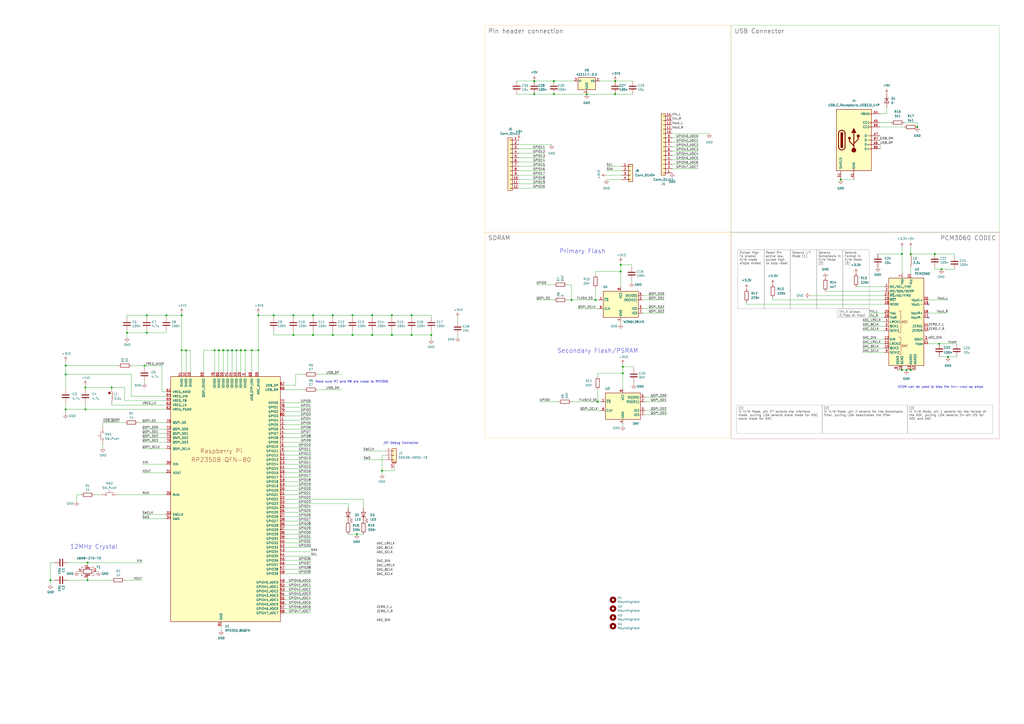
<source format=kicad_sch>
(kicad_sch (version 20231120) (generator "eeschema") (generator_version "8.0")
  (paper "A2")
  (junction (at 149.86 203.2))
  (junction (at 149.86 182.88))
  (junction (at 345.44 173.99))
  (junction (at 523.24 214.63))
  (junction (at 29.21 336.55))
  (junction (at 124.46 203.2))
  (junction (at 137.16 203.2))
  (junction (at 193.04 182.88))
  (junction (at 134.62 203.2))
  (junction (at 50.8 336.55))
  (junction (at 38.1 212.09))
  (junction (at 193.04 194.31))
  (junction (at 85.09 193.04))
  (junction (at 532.13 73.66))
  (junction (at 83.82 212.09))
  (junction (at 96.52 182.88))
  (junction (at 525.78 214.63))
  (junction (at 132.08 203.2))
  (junction (at 360.045 153.67))
  (junction (at 544.83 199.39))
  (junction (at 204.47 182.88))
  (junction (at 549.91 207.01))
  (junction (at 360.045 157.48))
  (junction (at 340.36 54.61))
  (junction (at 215.9 194.31))
  (junction (at 227.33 194.31))
  (junction (at 487.68 104.14))
  (junction (at 170.18 194.31))
  (junction (at 321.31 54.61))
  (junction (at 85.09 182.88))
  (junction (at 139.7 203.2))
  (junction (at 309.88 46.99))
  (junction (at 73.66 193.04))
  (junction (at 181.61 182.88))
  (junction (at 105.41 203.2))
  (junction (at 146.05 203.2))
  (junction (at 142.24 203.2))
  (junction (at 181.61 194.31))
  (junction (at 64.77 224.79))
  (junction (at 207.01 309.88))
  (junction (at 238.76 194.31))
  (junction (at 238.76 182.88))
  (junction (at 309.88 54.61))
  (junction (at 331.47 173.99))
  (junction (at 250.19 194.31))
  (junction (at 204.47 194.31))
  (junction (at 528.32 147.32))
  (junction (at 49.53 237.49))
  (junction (at 523.24 147.32))
  (junction (at 129.54 203.2))
  (junction (at 107.95 203.2))
  (junction (at 105.41 182.88))
  (junction (at 50.8 326.39))
  (junction (at 38.1 237.49))
  (junction (at 158.75 182.88))
  (junction (at 38.1 217.17))
  (junction (at 356.87 54.61))
  (junction (at 361.315 216.535))
  (junction (at 221.615 273.05))
  (junction (at 361.315 212.725))
  (junction (at 49.53 224.79))
  (junction (at 321.31 46.99))
  (junction (at 215.9 182.88))
  (junction (at 127 203.2))
  (junction (at 542.29 147.32))
  (junction (at 170.18 182.88))
  (junction (at 346.71 233.045))
  (junction (at 546.1 156.21))
  (junction (at 227.33 182.88))
  (junction (at 528.32 214.63))
  (junction (at 356.87 46.99))
  (no_connect (at 538.48 176.53))
  (no_connect (at 538.48 184.15))
  (wire (pts (xy 49.53 226.06) (xy 49.53 224.79)))
  (wire (pts (xy 524.51 71.12) (xy 532.13 71.12)))
  (wire (pts (xy 250.19 194.31) (xy 250.19 196.85)))
  (wire (pts (xy 170.18 184.15) (xy 170.18 182.88)))
  (wire (pts (xy 165.1 353.06) (xy 180.34 353.06)))
  (wire (pts (xy 360.68 99.06) (xy 351.79 99.06)))
  (wire (pts (xy 165.1 330.2) (xy 180.34 330.2)))
  (wire (pts (xy 374.015 240.665) (xy 386.715 240.665)))
  (wire (pts (xy 500.38 201.93) (xy 513.08 201.93)))
  (wire (pts (xy 59.69 245.11) (xy 59.69 247.65)))
  (wire (pts (xy 523.24 143.51) (xy 523.24 147.32)))
  (wire (pts (xy 500.38 199.39) (xy 513.08 199.39)))
  (wire (pts (xy 320.04 83.82) (xy 300.99 83.82)))
  (wire (pts (xy 73.66 191.77) (xy 73.66 193.04)))
  (wire (pts (xy 128.27 363.22) (xy 128.27 365.76)))
  (wire (pts (xy 411.48 77.47) (xy 389.89 77.47)))
  (wire (pts (xy 165.1 292.1) (xy 201.93 292.1)))
  (wire (pts (xy 360.68 101.6) (xy 351.79 101.6)))
  (wire (pts (xy 356.87 54.61) (xy 367.03 54.61)))
  (wire (pts (xy 215.9 194.31) (xy 204.47 194.31)))
  (wire (pts (xy 448.31 173.99) (xy 513.08 173.99)))
  (wire (pts (xy 165.1 350.52) (xy 180.34 350.52)))
  (wire (pts (xy 170.18 182.88) (xy 181.61 182.88)))
  (wire (pts (xy 132.08 203.2) (xy 134.62 203.2)))
  (wire (pts (xy 105.41 182.88) (xy 105.41 203.2)))
  (wire (pts (xy 132.08 215.9) (xy 132.08 203.2)))
  (wire (pts (xy 50.8 326.39) (xy 82.55 326.39)))
  (wire (pts (xy 149.86 182.88) (xy 158.75 182.88)))
  (wire (pts (xy 201.93 294.64) (xy 201.93 292.1)))
  (wire (pts (xy 227.33 184.15) (xy 227.33 182.88)))
  (wire (pts (xy 215.9 182.88) (xy 227.33 182.88)))
  (wire (pts (xy 346.71 233.045) (xy 348.615 233.045)))
  (wire (pts (xy 346.71 226.06) (xy 346.71 233.045)))
  (wire (pts (xy 165.1 284.48) (xy 180.34 284.48)))
  (wire (pts (xy 309.88 54.61) (xy 321.31 54.61)))
  (wire (pts (xy 448.31 172.72) (xy 448.31 173.99)))
  (wire (pts (xy 346.71 216.535) (xy 361.315 216.535)))
  (wire (pts (xy 38.1 217.17) (xy 76.2 217.17)))
  (wire (pts (xy 374.015 230.505) (xy 386.715 230.505)))
  (wire (pts (xy 361.315 212.725) (xy 361.315 216.535)))
  (wire (pts (xy 181.61 184.15) (xy 181.61 182.88)))
  (wire (pts (xy 85.09 193.04) (xy 96.52 193.04)))
  (wire (pts (xy 346.71 218.44) (xy 346.71 216.535)))
  (wire (pts (xy 29.21 336.55) (xy 29.21 339.09)))
  (wire (pts (xy 72.39 224.79) (xy 64.77 224.79)))
  (wire (pts (xy 510.54 73.66) (xy 524.51 73.66)))
  (wire (pts (xy 73.66 184.15) (xy 73.66 182.88)))
  (wire (pts (xy 340.36 54.61) (xy 356.87 54.61)))
  (wire (pts (xy 165.1 302.26) (xy 180.34 302.26)))
  (wire (pts (xy 345.44 167.005) (xy 345.44 173.99)))
  (wire (pts (xy 96.52 298.45) (xy 82.55 298.45)))
  (wire (pts (xy 76.2 212.09) (xy 83.82 212.09)))
  (wire (pts (xy 105.41 203.2) (xy 105.41 215.9)))
  (wire (pts (xy 49.53 233.68) (xy 49.53 237.49)))
  (wire (pts (xy 165.1 327.66) (xy 180.34 327.66)))
  (wire (pts (xy 165.1 254) (xy 180.34 254)))
  (wire (pts (xy 525.78 214.63) (xy 523.24 214.63)))
  (wire (pts (xy 38.1 237.49) (xy 38.1 240.03)))
  (wire (pts (xy 500.38 189.23) (xy 513.08 189.23)))
  (wire (pts (xy 510.54 71.12) (xy 516.89 71.12)))
  (wire (pts (xy 165.1 317.5) (xy 180.34 317.5)))
  (wire (pts (xy 204.47 182.88) (xy 215.9 182.88)))
  (wire (pts (xy 170.18 191.77) (xy 170.18 194.31)))
  (wire (pts (xy 374.015 238.125) (xy 386.715 238.125)))
  (wire (pts (xy 171.45 217.17) (xy 176.53 217.17)))
  (wire (pts (xy 300.99 88.9) (xy 316.23 88.9)))
  (wire (pts (xy 165.1 320.04) (xy 180.34 320.04)))
  (wire (pts (xy 93.98 227.33) (xy 96.52 227.33)))
  (wire (pts (xy 201.93 309.88) (xy 207.01 309.88)))
  (wire (pts (xy 356.87 46.99) (xy 367.03 46.99)))
  (wire (pts (xy 181.61 182.88) (xy 193.04 182.88)))
  (wire (pts (xy 311.15 165.1) (xy 321.31 165.1)))
  (wire (pts (xy 38.1 212.09) (xy 38.1 217.17)))
  (wire (pts (xy 181.61 194.31) (xy 170.18 194.31)))
  (wire (pts (xy 54.61 287.02) (xy 58.42 287.02)))
  (wire (pts (xy 367.665 221.615) (xy 367.665 222.885)))
  (wire (pts (xy 165.1 312.42) (xy 180.34 312.42)))
  (wire (pts (xy 221.615 273.05) (xy 221.615 274.955)))
  (wire (pts (xy 83.82 212.09) (xy 93.98 212.09)))
  (wire (pts (xy 361.315 211.455) (xy 361.315 212.725)))
  (wire (pts (xy 165.1 271.78) (xy 180.34 271.78)))
  (wire (pts (xy 165.1 279.4) (xy 180.34 279.4)))
  (wire (pts (xy 374.015 233.045) (xy 386.715 233.045)))
  (wire (pts (xy 478.79 168.91) (xy 513.08 168.91)))
  (wire (pts (xy 59.69 257.81) (xy 59.69 259.715)))
  (wire (pts (xy 38.1 217.17) (xy 38.1 226.06)))
  (wire (pts (xy 96.52 232.41) (xy 72.39 232.41)))
  (wire (pts (xy 129.54 203.2) (xy 132.08 203.2)))
  (wire (pts (xy 96.52 274.32) (xy 82.55 274.32)))
  (wire (pts (xy 165.1 299.72) (xy 180.34 299.72)))
  (wire (pts (xy 193.04 191.77) (xy 193.04 194.31)))
  (wire (pts (xy 96.52 184.15) (xy 96.52 182.88)))
  (wire (pts (xy 124.46 203.2) (xy 127 203.2)))
  (wire (pts (xy 118.11 203.2) (xy 124.46 203.2)))
  (wire (pts (xy 300.99 91.44) (xy 316.23 91.44)))
  (wire (pts (xy 215.9 191.77) (xy 215.9 194.31)))
  (wire (pts (xy 265.43 194.31) (xy 265.43 195.58)))
  (wire (pts (xy 538.48 173.99) (xy 549.91 173.99)))
  (wire (pts (xy 107.95 203.2) (xy 105.41 203.2)))
  (wire (pts (xy 504.19 184.15) (xy 513.08 184.15)))
  (wire (pts (xy 372.745 179.07) (xy 385.445 179.07)))
  (wire (pts (xy 127 215.9) (xy 127 203.2)))
  (wire (pts (xy 83.82 212.09) (xy 83.82 213.36)))
  (wire (pts (xy 31.75 326.39) (xy 29.21 326.39)))
  (wire (pts (xy 107.95 215.9) (xy 107.95 203.2)))
  (wire (pts (xy 360.68 104.14) (xy 351.79 104.14)))
  (wire (pts (xy 542.29 156.21) (xy 546.1 156.21)))
  (wire (pts (xy 321.31 46.99) (xy 332.74 46.99)))
  (wire (pts (xy 331.47 165.1) (xy 331.47 173.99)))
  (wire (pts (xy 265.43 184.15) (xy 265.43 186.69)))
  (wire (pts (xy 55.88 331.47) (xy 57.15 331.47)))
  (wire (pts (xy 361.315 245.745) (xy 361.315 247.015)))
  (wire (pts (xy 139.7 203.2) (xy 142.24 203.2)))
  (wire (pts (xy 360.045 152.4) (xy 360.045 153.67)))
  (wire (pts (xy 165.1 243.84) (xy 180.34 243.84)))
  (wire (pts (xy 38.1 209.55) (xy 38.1 212.09)))
  (wire (pts (xy 39.37 336.55) (xy 50.8 336.55)))
  (wire (pts (xy 300.99 104.14) (xy 316.23 104.14)))
  (wire (pts (xy 389.89 82.55) (xy 405.13 82.55)))
  (wire (pts (xy 137.16 203.2) (xy 139.7 203.2)))
  (wire (pts (xy 331.47 173.99) (xy 345.44 173.99)))
  (wire (pts (xy 360.045 186.69) (xy 360.045 187.96)))
  (wire (pts (xy 345.44 157.48) (xy 360.045 157.48)))
  (wire (pts (xy 193.04 182.88) (xy 204.47 182.88)))
  (wire (pts (xy 50.8 336.55) (xy 64.77 336.55)))
  (wire (pts (xy 544.83 199.39) (xy 538.48 199.39)))
  (wire (pts (xy 72.39 245.11) (xy 59.69 245.11)))
  (wire (pts (xy 38.1 233.68) (xy 38.1 237.49)))
  (wire (pts (xy 433.07 175.26) (xy 433.07 176.53)))
  (wire (pts (xy 29.21 326.39) (xy 29.21 336.55)))
  (wire (pts (xy 38.1 212.09) (xy 68.58 212.09)))
  (wire (pts (xy 64.77 224.79) (xy 64.77 226.06)))
  (wire (pts (xy 165.1 223.52) (xy 171.45 223.52)))
  (wire (pts (xy 300.99 101.6) (xy 316.23 101.6)))
  (wire (pts (xy 165.1 261.62) (xy 180.34 261.62)))
  (wire (pts (xy 300.99 99.06) (xy 316.23 99.06)))
  (wire (pts (xy 82.55 269.24) (xy 96.52 269.24)))
  (wire (pts (xy 73.66 193.04) (xy 73.66 195.58)))
  (wire (pts (xy 389.89 92.71) (xy 405.13 92.71)))
  (wire (pts (xy 165.1 309.88) (xy 180.34 309.88)))
  (wire (pts (xy 85.09 182.88) (xy 96.52 182.88)))
  (wire (pts (xy 360.045 153.67) (xy 360.045 157.48)))
  (wire (pts (xy 158.75 191.77) (xy 158.75 194.31)))
  (wire (pts (xy 238.76 184.15) (xy 238.76 182.88)))
  (wire (pts (xy 311.15 173.99) (xy 321.31 173.99)))
  (wire (pts (xy 85.09 191.77) (xy 85.09 193.04)))
  (wire (pts (xy 469.9 171.45) (xy 513.08 171.45)))
  (wire (pts (xy 361.315 216.535) (xy 361.315 225.425)))
  (wire (pts (xy 227.33 194.31) (xy 215.9 194.31)))
  (wire (pts (xy 68.58 287.02) (xy 96.52 287.02)))
  (wire (pts (xy 204.47 184.15) (xy 204.47 182.88)))
  (wire (pts (xy 82.55 251.46) (xy 96.52 251.46)))
  (wire (pts (xy 31.75 336.55) (xy 29.21 336.55)))
  (wire (pts (xy 514.35 62.23) (xy 514.35 66.04)))
  (wire (pts (xy 204.47 194.31) (xy 193.04 194.31)))
  (wire (pts (xy 165.1 289.56) (xy 210.82 289.56)))
  (wire (pts (xy 64.77 234.95) (xy 96.52 234.95)))
  (wire (pts (xy 367.665 213.995) (xy 367.665 212.725)))
  (wire (pts (xy 433.07 176.53) (xy 513.08 176.53)))
  (wire (pts (xy 165.1 297.18) (xy 180.34 297.18)))
  (wire (pts (xy 366.395 162.56) (xy 366.395 163.83)))
  (wire (pts (xy 165.1 322.58) (xy 180.34 322.58)))
  (wire (pts (xy 165.1 236.22) (xy 180.34 236.22)))
  (wire (pts (xy 165.1 226.06) (xy 176.53 226.06)))
  (wire (pts (xy 96.52 260.35) (xy 82.55 260.35)))
  (wire (pts (xy 38.1 237.49) (xy 49.53 237.49)))
  (wire (pts (xy 64.77 234.95) (xy 64.77 233.68)))
  (wire (pts (xy 495.3 104.14) (xy 487.68 104.14)))
  (wire (pts (xy 165.1 266.7) (xy 180.34 266.7)))
  (wire (pts (xy 510.54 78.74) (xy 510.54 81.28)))
  (wire (pts (xy 165.1 304.8) (xy 180.34 304.8)))
  (wire (pts (xy 165.1 342.9) (xy 180.34 342.9)))
  (wire (pts (xy 165.1 281.94) (xy 180.34 281.94)))
  (wire (pts (xy 215.9 184.15) (xy 215.9 182.88)))
  (wire (pts (xy 110.49 203.2) (xy 110.49 215.9)))
  (wire (pts (xy 300.99 93.98) (xy 316.23 93.98)))
  (wire (pts (xy 360.68 96.52) (xy 351.79 96.52)))
  (wire (pts (xy 193.04 194.31) (xy 181.61 194.31)))
  (wire (pts (xy 85.09 184.15) (xy 85.09 182.88)))
  (wire (pts (xy 96.52 182.88) (xy 105.41 182.88)))
  (wire (pts (xy 142.24 203.2) (xy 146.05 203.2)))
  (wire (pts (xy 82.55 256.54) (xy 96.52 256.54)))
  (wire (pts (xy 336.55 238.125) (xy 348.615 238.125)))
  (wire (pts (xy 107.95 203.2) (xy 110.49 203.2)))
  (wire (pts (xy 238.76 182.88) (xy 250.19 182.88)))
  (wire (pts (xy 165.1 241.3) (xy 180.34 241.3)))
  (wire (pts (xy 227.33 182.88) (xy 238.76 182.88)))
  (wire (pts (xy 504.19 181.61) (xy 513.08 181.61)))
  (wire (pts (xy 389.89 85.09) (xy 405.13 85.09)))
  (wire (pts (xy 44.45 331.47) (xy 45.72 331.47)))
  (wire (pts (xy 204.47 191.77) (xy 204.47 194.31)))
  (wire (pts (xy 500.38 196.85) (xy 513.08 196.85)))
  (wire (pts (xy 500.38 204.47) (xy 513.08 204.47)))
  (wire (pts (xy 331.47 233.045) (xy 346.71 233.045)))
  (wire (pts (xy 184.15 226.06) (xy 198.12 226.06)))
  (wire (pts (xy 500.38 191.77) (xy 513.08 191.77)))
  (wire (pts (xy 165.1 264.16) (xy 180.34 264.16)))
  (wire (pts (xy 528.32 214.63) (xy 525.78 214.63)))
  (wire (pts (xy 184.15 217.17) (xy 198.12 217.17)))
  (wire (pts (xy 528.32 154.94) (xy 528.32 158.75)))
  (wire (pts (xy 372.745 171.45) (xy 385.445 171.45)))
  (wire (pts (xy 538.48 181.61) (xy 549.91 181.61)))
  (wire (pts (xy 165.1 345.44) (xy 180.34 345.44)))
  (wire (pts (xy 367.665 212.725) (xy 361.315 212.725)))
  (wire (pts (xy 300.99 96.52) (xy 316.23 96.52)))
  (wire (pts (xy 321.31 54.61) (xy 340.36 54.61)))
  (wire (pts (xy 82.55 248.92) (xy 96.52 248.92)))
  (wire (pts (xy 165.1 256.54) (xy 180.34 256.54)))
  (wire (pts (xy 44.45 287.02) (xy 44.45 290.83)))
  (wire (pts (xy 165.1 238.76) (xy 180.34 238.76)))
  (wire (pts (xy 46.99 287.02) (xy 44.45 287.02)))
  (wire (pts (xy 372.745 181.61) (xy 385.445 181.61)))
  (wire (pts (xy 171.45 217.17) (xy 171.45 223.52)))
  (wire (pts (xy 335.28 179.07) (xy 347.345 179.07)))
  (wire (pts (xy 72.39 336.55) (xy 82.55 336.55)))
  (wire (pts (xy 118.11 215.9) (xy 118.11 203.2)))
  (wire (pts (xy 50.8 335.28) (xy 50.8 336.55)))
  (wire (pts (xy 227.33 191.77) (xy 227.33 194.31)))
  (wire (pts (xy 345.44 173.99) (xy 347.345 173.99)))
  (wire (pts (xy 528.32 143.51) (xy 528.32 147.32)))
  (wire (pts (xy 165.1 294.64) (xy 180.34 294.64)))
  (wire (pts (xy 530.86 214.63) (xy 528.32 214.63)))
  (wire (pts (xy 553.72 148.59) (xy 553.72 147.32)))
  (wire (pts (xy 165.1 248.92) (xy 180.34 248.92)))
  (wire (pts (xy 553.72 147.32) (xy 542.29 147.32)))
  (wire (pts (xy 389.89 80.01) (xy 405.13 80.01)))
  (wire (pts (xy 139.7 215.9) (xy 139.7 203.2)))
  (wire (pts (xy 221.615 273.05) (xy 228.6 273.05)))
  (wire (pts (xy 299.72 46.99) (xy 309.88 46.99)))
  (wire (pts (xy 158.75 182.88) (xy 170.18 182.88)))
  (wire (pts (xy 96.52 193.04) (xy 96.52 191.77)))
  (wire (pts (xy 309.88 46.99) (xy 321.31 46.99)))
  (wire (pts (xy 210.82 261.62) (xy 223.52 261.62)))
  (wire (pts (xy 228.6 271.78) (xy 228.6 273.05)))
  (wire (pts (xy 165.1 246.38) (xy 180.34 246.38)))
  (wire (pts (xy 372.745 173.99) (xy 385.445 173.99)))
  (wire (pts (xy 549.91 207.01) (xy 554.99 207.01)))
  (wire (pts (xy 532.13 71.12) (xy 532.13 73.66)))
  (wire (pts (xy 509.27 147.32) (xy 523.24 147.32)))
  (wire (pts (xy 80.01 245.11) (xy 96.52 245.11)))
  (wire (pts (xy 127 203.2) (xy 129.54 203.2)))
  (wire (pts (xy 76.2 229.87) (xy 96.52 229.87)))
  (wire (pts (xy 356.87 46.99) (xy 347.98 46.99)))
  (wire (pts (xy 165.1 340.36) (xy 180.34 340.36)))
  (wire (pts (xy 165.1 269.24) (xy 180.34 269.24)))
  (wire (pts (xy 165.1 233.68) (xy 180.34 233.68)))
  (wire (pts (xy 158.75 184.15) (xy 158.75 182.88)))
  (wire (pts (xy 223.52 264.16) (xy 221.615 264.16)))
  (wire (pts (xy 210.82 266.7) (xy 223.52 266.7)))
  (wire (pts (xy 124.46 215.9) (xy 124.46 203.2)))
  (wire (pts (xy 93.98 212.09) (xy 93.98 227.33)))
  (wire (pts (xy 72.39 232.41) (xy 72.39 224.79)))
  (wire (pts (xy 542.29 154.94) (xy 542.29 156.21)))
  (wire (pts (xy 146.05 215.9) (xy 146.05 203.2)))
  (wire (pts (xy 514.35 66.04) (xy 510.54 66.04)))
  (wire (pts (xy 345.44 159.385) (xy 345.44 157.48)))
  (wire (pts (xy 221.615 264.16) (xy 221.615 273.05)))
  (wire (pts (xy 553.72 156.21) (xy 546.1 156.21)))
  (wire (pts (xy 207.01 309.88) (xy 210.82 309.88)))
  (wire (pts (xy 165.1 325.12) (xy 180.34 325.12)))
  (wire (pts (xy 39.37 326.39) (xy 50.8 326.39)))
  (wire (pts (xy 165.1 259.08) (xy 180.34 259.08)))
  (wire (pts (xy 76.2 217.17) (xy 76.2 229.87)))
  (wire (pts (xy 73.66 182.88) (xy 85.09 182.88)))
  (wire (pts (xy 389.89 95.25) (xy 405.13 95.25)))
  (wire (pts (xy 73.66 193.04) (xy 85.09 193.04)))
  (wire (pts (xy 105.41 181.61) (xy 105.41 182.88)))
  (wire (pts (xy 528.32 147.32) (xy 542.29 147.32)))
  (wire (pts (xy 129.54 215.9) (xy 129.54 203.2)))
  (wire (pts (xy 250.19 184.15) (xy 250.19 182.88)))
  (wire (pts (xy 149.86 203.2) (xy 149.86 215.9)))
  (wire (pts (xy 523.24 214.63) (xy 520.7 214.63)))
  (wire (pts (xy 165.1 307.34) (xy 180.34 307.34)))
  (wire (pts (xy 360.045 157.48) (xy 360.045 166.37)))
  (wire (pts (xy 146.05 203.2) (xy 149.86 203.2)))
  (wire (pts (xy 134.62 215.9) (xy 134.62 203.2)))
  (wire (pts (xy 165.1 314.96) (xy 180.34 314.96)))
  (wire (pts (xy 389.89 90.17) (xy 405.13 90.17)))
  (wire (pts (xy 149.86 182.88) (xy 149.86 203.2)))
  (wire (pts (xy 96.52 300.99) (xy 82.55 300.99)))
  (wire (pts (xy 82.55 254) (xy 96.52 254)))
  (wire (pts (xy 165.1 332.74) (xy 180.34 332.74)))
  (wire (pts (xy 193.04 184.15) (xy 193.04 182.88)))
  (wire (pts (xy 238.76 194.31) (xy 227.33 194.31)))
  (wire (pts (xy 165.1 355.6) (xy 180.34 355.6)))
  (wire (pts (xy 389.89 97.79) (xy 405.13 97.79)))
  (wire (pts (xy 134.62 203.2) (xy 137.16 203.2)))
  (wire (pts (xy 300.99 86.36) (xy 316.23 86.36)))
  (wire (pts (xy 50.8 327.66) (xy 50.8 326.39)))
  (wire (pts (xy 300.99 109.22) (xy 316.23 109.22)))
  (wire (pts (xy 165.1 251.46) (xy 180.34 251.46)))
  (wire (pts (xy 83.82 222.25) (xy 83.82 220.98)))
  (wire (pts (xy 165.1 276.86) (xy 180.34 276.86)))
  (wire (pts (xy 328.93 173.99) (xy 331.47 173.99)))
  (wire (pts (xy 544.83 207.01) (xy 549.91 207.01)))
  (wire (pts (xy 389.89 87.63) (xy 405.13 87.63)))
  (wire (pts (xy 149.86 181.61) (xy 149.86 182.88)))
  (wire (pts (xy 500.38 186.69) (xy 513.08 186.69)))
  (wire (pts (xy 49.53 224.79) (xy 64.77 224.79)))
  (wire (pts (xy 299.72 54.61) (xy 309.88 54.61)))
  (wire (pts (xy 250.19 191.77) (xy 250.19 194.31)))
  (wire (pts (xy 137.16 203.2) (xy 137.16 215.9)))
  (wire (pts (xy 238.76 191.77) (xy 238.76 194.31)))
  (wire (pts (xy 300.99 106.68) (xy 316.23 106.68)))
  (wire (pts (xy 544.83 199.39) (xy 554.99 199.39)))
  (wire (pts (xy 181.61 191.77) (xy 181.61 194.31)))
  (wire (pts (xy 366.395 154.94) (xy 366.395 153.67)))
  (wire (pts (xy 496.57 166.37) (xy 513.08 166.37)))
  (wire (pts (xy 366.395 153.67) (xy 360.045 153.67)))
  (wire (pts (xy 313.055 233.045) (xy 323.85 233.045)))
  (wire (pts (xy 170.18 194.31) (xy 158.75 194.31)))
  (wire (pts (xy 49.53 237.49) (xy 96.52 237.49)))
  (wire (pts (xy 165.1 287.02) (xy 180.34 287.02)))
  (wire (pts (xy 165.1 274.32) (xy 180.34 274.32)))
  (wire (pts (xy 49.53 223.52) (xy 49.53 224.79)))
  (wire (pts (xy 142.24 203.2) (xy 142.24 215.9)))
  (wire (pts (xy 165.1 347.98) (xy 180.34 347.98)))
  (wire (pts (xy 328.93 165.1) (xy 331.47 165.1)))
  (wire (pts (xy 165.1 337.82) (xy 180.34 337.82)))
  (wire (pts (xy 523.24 147.32) (xy 523.24 158.75)))
  (wire (pts (xy 210.82 294.64) (xy 210.82 289.56)))
  (wire (pts (xy 510.54 83.82) (xy 510.54 86.36)))
  (wire (pts (xy 250.19 194.31) (xy 238.76 194.31)))
  (circle (center 63.5 227.965) (radius 0.635) (stroke (width 0) (color 132 0 0 1)) (fill (type color) (color 132 0 0 1)))
  (text_box "Vin_X allows 2.7Vpp at input" (at 485.775 179.07 0) (size 18.415 5.08) (stroke (width 0.0254) (color 72 72 72 1)) (effects (font (size 1.27 1.27)) (justify left top)))
  (text_box "Selects Format in H/W Mode [3]" (at 488.95 144.78 0) (size 15.24 34.29) (stroke (width 0.0254) (color 72 72 72 1)) (effects (font (size 1.27 1.27)) (justify left top)))
  (text_box "[3]\nIn H/W Mode, pin 1 selects for the format of the ADC, pulling LOW selects 24-bit I2S for ADC and DAC" (at 526.415 234.95 0) (size 49.53 16.51) (stroke (width 0.0254) (color 72 72 72 1)) (effects (font (size 1.27 1.27)) (justify left top)))
  (text_box "Pin header connection" (at 281.305 14.605 0) (size 142.24 120.015) (stroke (width 0.0254) (color 255 153 0 1)) (effects (font (size 2.54 2.54)) (justify left top)))
  (text_box "PCM3060 CODEC\n" (at 424.18 134.62 0) (size 155.575 120.015) (stroke (width 0.0254) (color 132 0 0 1)) (effects (font (size 2.54 2.54)) (justify right top)))
  (text_box "[1]\nIn H/W Mode, pin 27 selects the Inferface mode, pulling LOW selects slave mode for ADC, slave mode for DAC" (at 427.355 234.95 0) (size 49.53 16.51) (stroke (width 0.0254) (color 72 72 72 1)) (effects (font (size 1.27 1.27)) (justify left top)))
  (text_box "Selects I/F Mode [1]\n" (at 458.47 144.78 0) (size 15.24 34.29) (stroke (width 0.0254) (color 72 72 72 1)) (effects (font (size 1.27 1.27)) (justify left top)))
  (text_box "Selects Demphasis in H/W Mode [2]" (at 473.71 144.78 0) (size 15.24 34.29) (stroke (width 0.0254) (color 72 72 72 1)) (effects (font (size 1.27 1.27)) (justify left top)))
  (text_box "Reset Pin active low, pulled high to stop reset" (at 443.23 144.78 0) (size 15.24 34.29) (stroke (width 0.0254) (color 72 72 72 1)) (effects (font (size 1.27 1.27)) (justify left top)))
  (text_box "USB Connector\n" (at 424.18 14.605 0) (size 155.575 120.015) (stroke (width 0.0254) (color 0 132 0 1)) (effects (font (size 2.54 2.54)) (justify left top)))
  (text_box "Pulled High To enable H/W mode single ended" (at 427.99 144.78 0) (size 15.24 34.29) (stroke (width 0.0254) (color 72 72 72 1)) (effects (font (size 1.27 1.27)) (justify left top)))
  (text_box "[2]\nIn H/W Mode, pin 2 selects for the Demphasis filter, pulling LOW deactivates the filter" (at 476.885 234.95 0) (size 49.53 16.51) (stroke (width 0.0254) (color 72 72 72 1)) (effects (font (size 1.27 1.27)) (justify left top)))
  (text_box "SDRAM\n" (at 281.305 134.62 0) (size 142.24 119.38) (stroke (width 0.0254) (color 255 153 0 1)) (effects (font (size 2.54 2.54)) (justify left top)))
  (text "JST Debug Connector" (at 222.25 257.81 0) (effects (font (size 1.27 1.27)) (justify left bottom)))
  (text "VCOM can be used to bias the in<->out op amps " (at 546.1 224.536 0) (effects (font (size 1.27 1.27))))
  (text "12MHz Crystal" (at 40.64 318.77 0) (effects (font (size 2.54 2.54)) (justify left bottom)))
  (text "Make sure R7 and R8 are close to RP2350\n" (at 182.88 222.25 0) (effects (font (size 1.27 1.27)) (justify left bottom)))
  (text "Primary Flash" (at 324.485 147.32 0) (effects (font (size 2.54 2.54)) (justify left bottom)))
  (text "Secondary Flash/PSRAM" (at 323.215 205.105 0) (effects (font (size 2.54 2.54)) (justify left bottom)))
  (label "SCL" (at 351.79 96.52 0))
  (label "GPIO40_ADC0" (at 405.13 80.01 180))
  (label "GPIO47_ADC7" (at 405.13 97.79 180))
  (label "GPIO4" (at 180.34 243.84 180))
  (label "GPIO3" (at 180.34 241.3 180))
  (label "GPIO30" (at 180.34 309.88 180))
  (label "GPIO41_ADC1" (at 180.34 340.36 180))
  (label "GPIO46_ADC6" (at 180.34 353.06 180))
  (label "SDA" (at 351.79 99.06 0))
  (label "DAC_SCLK" (at 500.38 204.47 0))
  (label "QSPI_SD1" (at 82.55 251.46 0))
  (label "XOUT" (at 82.55 336.55 180))
  (label "ADC_SCLK" (at 218.44 321.31 0))
  (label "ZERO_F_R" (at 538.48 191.77 0))
  (label "QSPI_SCLK" (at 82.55 260.35 0))
  (label "GPIO0" (at 313.055 233.045 0))
  (label "XIN" (at 82.55 326.39 180))
  (label "GPIO38" (at 180.34 330.2 180))
  (label "GPIO13" (at 316.23 91.44 180))
  (label "GPIO20" (at 180.34 284.48 180))
  (label "QSPI_SD0" (at 385.445 171.45 180))
  (label "QSPI_SD2" (at 386.715 238.125 180))
  (label "QSPI_SD3" (at 385.445 181.61 180))
  (label "SWD" (at 210.82 266.7 0))
  (label "GPIO46_ADC6" (at 405.13 95.25 180))
  (label "GPIO15" (at 180.34 271.78 180))
  (label "GPIO33" (at 180.34 317.5 180))
  (label "ZERO_F_L" (at 538.48 189.23 0))
  (label "QSPI_SD1" (at 385.445 173.99 180))
  (label "DAC_BCLK" (at 500.38 201.93 0))
  (label "GPIO10" (at 180.34 259.08 180))
  (label "GPIO7" (at 180.34 251.46 180))
  (label "GPIO45_ADC5" (at 180.34 350.52 180))
  (label "RUN" (at 82.55 287.02 0))
  (label "Vout_R" (at 549.91 181.61 180))
  (label "GPIO16" (at 180.34 274.32 180))
  (label "QSPI_SCLK" (at 336.55 238.125 0))
  (label "ADC_BCLK" (at 500.38 189.23 0))
  (label "DAC_BCLK" (at 218.44 331.47 0))
  (label "ADC_LRCLK" (at 500.38 186.69 0))
  (label "QSPI_SD3" (at 386.715 240.665 180))
  (label "GPIO11" (at 316.23 86.36 180))
  (label "GPIO26" (at 180.34 299.72 180))
  (label "GPIO20" (at 316.23 109.22 180))
  (label "GPIO24" (at 180.34 294.64 180))
  (label "USB_DM" (at 189.23 226.06 0))
  (label "GPIO13" (at 180.34 266.7 180))
  (label "~{USB_BOOT}" (at 59.69 245.11 0))
  (label "SDA" (at 180.34 320.04 0))
  (label "USB_DM" (at 510.54 81.28 0))
  (label "ZERO_F_R" (at 218.44 355.6 0))
  (label "FLASH2_SS" (at 335.915 233.045 0))
  (label "GPIO43_ADC3" (at 180.34 345.44 180))
  (label "ADC_LRCLK" (at 218.44 316.23 0))
  (label "GPIO40_ADC0" (at 180.34 337.82 180))
  (label "GPIO6" (at 180.34 248.92 180))
  (label "GPIO43_ADC3" (at 405.13 87.63 180))
  (label "QSPI_SD0" (at 82.55 248.92 0))
  (label "GPIO2" (at 180.34 238.76 180))
  (label "QSPI_SD1" (at 386.715 233.045 180))
  (label "GPIO44_ADC4" (at 180.34 347.98 180))
  (label "GPIO16" (at 316.23 99.06 180))
  (label "GPIO27" (at 180.34 302.26 180))
  (label "QSPI_SD2" (at 82.55 254 0))
  (label "SWD" (at 82.55 300.99 0))
  (label "GPIO17" (at 180.34 276.86 180))
  (label "SCL" (at 180.34 322.58 0))
  (label "Vout_L" (at 389.89 72.39 0))
  (label "USB_DP" (at 189.23 217.17 0))
  (label "GPIO14" (at 180.34 269.24 180))
  (label "GPIO19" (at 316.23 106.68 180))
  (label "GPIO19" (at 180.34 281.94 180))
  (label "GPIO29" (at 180.34 307.34 180))
  (label "GPIO0" (at 180.34 233.68 180))
  (label "DAC_DIN" (at 500.38 196.85 0))
  (label "GPIO12" (at 180.34 264.16 180))
  (label "GPIO15" (at 316.23 96.52 180))
  (label "GPIO17" (at 316.23 101.6 180))
  (label "GPIO14" (at 316.23 93.98 180))
  (label "GPIO8" (at 180.34 254 180))
  (label "GPIO37" (at 180.34 327.66 180))
  (label "GPIO41_ADC1" (at 405.13 82.55 180))
  (label "Vin_R" (at 504.19 184.15 0))
  (label "ADC_DIN" (at 218.44 360.68 0))
  (label "XIN" (at 82.55 269.24 0))
  (label "Vcom" (at 549.91 199.39 0))
  (label "QSPI_SS" (at 311.15 173.99 0))
  (label "USB_DP" (at 510.54 83.82 0))
  (label "QSPI_SD2" (at 385.445 179.07 180))
  (label "GPIO47_ADC7" (at 180.34 355.6 180))
  (label "GPIO1" (at 180.34 236.22 180))
  (label "GPIO28" (at 180.34 304.8 180))
  (label "XOUT" (at 82.55 274.32 0))
  (label "FLASH_SS" (at 334.645 173.99 0))
  (label "GPIO21" (at 180.34 287.02 180))
  (label "GPIO0" (at 311.15 165.1 0))
  (label "Vout_R" (at 389.89 74.93 0))
  (label "GPIO31" (at 180.34 312.42 180))
  (label "VREG_LX" (at 82.55 234.95 0))
  (label "Vin_L" (at 504.19 181.61 0))
  (label "ADC_SCLK" (at 500.38 191.77 0))
  (label "GPIO32" (at 180.34 314.96 180))
  (label "DAC_LRCLK" (at 218.44 328.93 0))
  (label "GPIO12" (at 316.23 88.9 180))
  (label "DAC_SCLK" (at 218.44 334.01 0))
  (label "GPIO42_ADC2" (at 405.13 85.09 180))
  (label "QSPI_SCLK" (at 335.28 179.07 0))
  (label "GPIO5" (at 180.34 246.38 180))
  (label "QSPI_SS" (at 82.55 245.11 0))
  (label "ZERO_F_L" (at 218.44 353.06 0))
  (label "Vin_R" (at 389.89 69.85 0))
  (label "VREG_AVDD" (at 84.455 212.09 0))
  (label "DAC_LRCLK" (at 500.38 199.39 0))
  (label "GPIO11" (at 180.34 261.62 180))
  (label "GPIO18" (at 180.34 279.4 180))
  (label "ADC_BCLK" (at 218.44 318.77 0))
  (label "GPIO23" (at 180.34 292.1 180))
  (label "QSPI_SD3" (at 82.55 256.54 0))
  (label "Vout_L" (at 549.91 173.99 180))
  (label "GPIO22" (at 180.34 289.56 180))
  (label "SWCLK" (at 210.82 261.62 0))
  (label "GPIO36" (at 180.34 325.12 180))
  (label "DAC_DIN" (at 218.44 326.39 0))
  (label "Vin_L" (at 389.89 67.31 0))
  (label "GPIO44_ADC4" (at 405.13 90.17 180))
  (label "SWCLK" (at 82.55 298.45 0))
  (label "QSPI_SD0" (at 386.715 230.505 180))
  (label "GPIO39" (at 180.34 332.74 180))
  (label "GPIO9" (at 180.34 256.54 180))
  (label "GPIO25" (at 180.34 297.18 180))
  (label "GPIO42_ADC2" (at 180.34 342.9 180))
  (label "GPIO18" (at 316.23 104.14 180))
  (label "GPIO45_ADC5" (at 405.13 92.71 180))
  (label "ADC_DIN" (at 538.48 196.85 0))
  (symbol (lib_id "Device:R") (at 180.34 217.17 270) (unit 1)
    (property "Reference" "R5" (at 180.34 211.9122 90))
    (property "Value" "27" (at 180.34 214.2236 90))
    (property "Footprint" "Resistor_SMD:R_0603_1608Metric_Pad0.98x0.95mm_HandSolder" (effects (hide yes)))
  )
  (symbol (lib_id "power:+5V") (at 309.88 46.99 0) (unit 1)
    (property "Reference" "#PWR049" (effects (hide yes)))
    (property "Value" "+5V" (at 309.88 41.91 0))
    (property "Description" "Power symbol creates a global label with name \"+5V\"" (effects (hide yes)))
  )
  (symbol (lib_id "Device:R") (at 180.34 226.06 270) (unit 1)
    (property "Reference" "R6" (at 180.34 220.8022 90))
    (property "Value" "27" (at 180.34 223.1136 90))
    (property "Footprint" "Resistor_SMD:R_0603_1608Metric_Pad0.98x0.95mm_HandSolder" (effects (hide yes)))
  )
  (symbol (lib_id "PCM_4ms_Connector:Conn_01x04") (at 365.76 99.06 0) (unit 1)
    (property "Reference" "J8" (at 368.3 99.0599 0) (effects (justify left)))
    (property "Value" "Conn_01x04" (at 368.3 101.5999 0) (effects (justify left)))
    (property "Footprint" "Connector_JST:JST_SH_SM04B-SRSS-TB_1x04-1MP_P1.00mm_Horizontal" (effects (hide yes)))
    (property "Description" "HEADER 1x4 MALE PINS 0.100” 180deg" (effects (hide yes)))
    (property "Specifications" "HEADER 1x4 MALE PINS 0.100” 180deg" (effects (hide yes)))
    (property "Manufacturer" "TAD" (effects (hide yes)))
    (property "Part Number" "1-0401FBV0T" (effects (hide yes)))
  )
  (symbol (lib_id "power:+3V3") (at 360.045 152.4 0) (unit 1)
    (property "Reference" "#PWR020" (effects (hide yes)))
    (property "Value" "+3V3" (at 360.426 148.0058 0))
  )
  (symbol (lib_id "Device:R") (at 496.57 162.56 180) (unit 1)
    (property "Reference" "R15" (at 499.11 161.2899 0) (effects (justify right)))
    (property "Value" "220k" (at 499.11 163.8299 0) (effects (justify right)))
    (property "Footprint" "Resistor_SMD:R_0603_1608Metric_Pad0.98x0.95mm_HandSolder" (effects (hide yes)))
    (property "Description" "Resistor" (effects (hide yes)))
  )
  (symbol (lib_id "Device:R") (at 478.79 165.1 180) (unit 1)
    (property "Reference" "R14" (at 481.33 163.8299 0) (effects (justify right)))
    (property "Value" "4k7" (at 481.33 166.3699 0) (effects (justify right)))
    (property "Footprint" "Resistor_SMD:R_0603_1608Metric_Pad0.98x0.95mm_HandSolder" (effects (hide yes)))
    (property "Description" "Resistor" (effects (hide yes)))
  )
  (symbol (lib_id "Device:C") (at 367.03 50.8 0) (unit 1)
    (property "Reference" "C29" (at 369.951 49.6316 0) (effects (justify left)))
    (property "Value" "10u" (at 369.951 51.943 0) (effects (justify left)))
    (property "Footprint" "Capacitor_SMD:C_0603_1608Metric_Pad1.08x0.95mm_HandSolder" (effects (hide yes)))
  )
  (symbol (lib_id "Device:C") (at 38.1 229.87 0) (unit 1)
    (property "Reference" "C3" (at 41.91 228.6 0) (effects (justify left)))
    (property "Value" "4.7u" (at 41.91 231.14 0) (effects (justify left)))
    (property "Footprint" "Capacitor_SMD:C_0603_1608Metric_Pad1.08x0.95mm_HandSolder" (effects (hide yes)))
  )
  (symbol (lib_id "power:GND") (at 57.15 331.47 0) (unit 1)
    (property "Reference" "#PWR07" (effects (hide yes)))
    (property "Value" "GND" (at 60.96 332.74 0))
  )
  (symbol (lib_id "Device:C") (at 509.27 151.13 0) (unit 1)
    (property "Reference" "C21" (at 513.08 149.8599 0) (effects (justify left)))
    (property "Value" "10u" (at 513.08 152.3999 0) (effects (justify left)))
    (property "Footprint" "Capacitor_SMD:C_0603_1608Metric_Pad1.08x0.95mm_HandSolder" (effects (hide yes)))
    (property "Description" "Unpolarized capacitor" (effects (hide yes)))
  )
  (symbol (lib_id "Device:C") (at 544.83 203.2 0) (unit 1)
    (property "Reference" "C23" (at 547.37 201.676 0) (effects (justify left)))
    (property "Value" "100n" (at 547.37 204.47 0) (effects (justify left)))
    (property "Footprint" "Capacitor_SMD:C_0603_1608Metric_Pad1.08x0.95mm_HandSolder" (effects (hide yes)))
    (property "Description" "Unpolarized capacitor" (effects (hide yes)))
  )
  (symbol (lib_id "Memory_Flash:W25Q128JVS") (at 361.315 235.585 0) (unit 1)
    (property "Reference" "U3" (at 352.425 225.425 0))
    (property "Value" "DNF" (at 368.935 245.745 0))
    (property "Footprint" "Package_SO:SOIC-8_5.23x5.23mm_P1.27mm" (effects (hide yes)))
    (property "Datasheet" "http://www.winbond.com/resource-files/w25q128jv_dtr%20revc%2003272018%20plus.pdf" (effects (hide yes)))
  )
  (symbol (lib_id "Device:C") (at 193.04 187.96 0) (unit 1)
    (property "Reference" "C12" (at 195.961 186.7916 0) (effects (justify left)))
    (property "Value" "100n" (at 195.961 189.103 0) (effects (justify left)))
    (property "Footprint" "Capacitor_SMD:C_0603_1608Metric_Pad1.08x0.95mm_HandSolder" (effects (hide yes)))
  )
  (symbol (lib_id "power:GND") (at 367.665 222.885 0) (unit 1)
    (property "Reference" "#PWR025" (effects (hide yes)))
    (property "Value" "GND" (at 371.475 224.155 0))
  )
  (symbol (lib_id "Device:R") (at 433.07 171.45 180) (unit 1)
    (property "Reference" "R12" (at 435.61 170.1799 0) (effects (justify right)))
    (property "Value" "220k" (at 435.61 172.7199 0) (effects (justify right)))
    (property "Footprint" "Resistor_SMD:R_0603_1608Metric_Pad0.98x0.95mm_HandSolder" (effects (hide yes)))
    (property "Description" "Resistor" (effects (hide yes)))
  )
  (symbol (lib_id "power:+1V1") (at 105.41 181.61 0) (unit 1)
    (property "Reference" "#PWR011" (effects (hide yes)))
    (property "Value" "+1V1" (at 105.791 177.2158 0))
  )
  (symbol (lib_id "power:+3V3") (at 38.1 209.55 0) (unit 1)
    (property "Reference" "#PWR02" (effects (hide yes)))
    (property "Value" "+3V3" (at 38.481 205.1558 0))
  )
  (symbol (lib_id "Device:C") (at 554.99 203.2 0) (unit 1)
    (property "Reference" "C25" (at 558.8 201.9299 0) (effects (justify left)))
    (property "Value" "10u" (at 558.8 204.4699 0) (effects (justify left)))
    (property "Footprint" "Capacitor_SMD:C_0603_1608Metric_Pad1.08x0.95mm_HandSolder" (effects (hide yes)))
    (property "Description" "Unpolarized capacitor" (effects (hide yes)))
  )
  (symbol (lib_id "power:+3V3") (at 149.86 181.61 0) (unit 1)
    (property "Reference" "#PWR013" (effects (hide yes)))
    (property "Value" "+3V3" (at 150.241 177.2158 0))
  )
  (symbol (lib_id "Device:LED") (at 201.93 298.45 90) (unit 1)
    (property "Reference" "D2" (at 205.74 298.7674 90) (effects (justify right)))
    (property "Value" "LED" (at 205.74 301.3074 90) (effects (justify right)))
    (property "Footprint" "LED_SMD:LED_0603_1608Metric_Pad1.05x0.95mm_HandSolder" (effects (hide yes)))
    (property "Description" "Light emitting diode" (effects (hide yes)))
  )
  (symbol (lib_id "Device:C") (at 309.88 50.8 0) (unit 1)
    (property "Reference" "C28" (at 312.166 49.6316 0) (effects (justify left)))
    (property "Value" "100n" (at 312.166 51.943 0) (effects (justify left)))
    (property "Footprint" "Capacitor_SMD:C_0603_1608Metric_Pad1.08x0.95mm_HandSolder" (effects (hide yes)))
  )
  (symbol (lib_id "Device:C") (at 181.61 187.96 0) (unit 1)
    (property "Reference" "C11" (at 184.531 186.7916 0) (effects (justify left)))
    (property "Value" "100n" (at 184.531 189.103 0) (effects (justify left)))
    (property "Footprint" "Capacitor_SMD:C_0603_1608Metric_Pad1.08x0.95mm_HandSolder" (effects (hide yes)))
  )
  (symbol (lib_id "Device:C") (at 215.9 187.96 0) (unit 1)
    (property "Reference" "C14" (at 218.821 186.7916 0) (effects (justify left)))
    (property "Value" "100n" (at 218.821 189.103 0) (effects (justify left)))
    (property "Footprint" "Capacitor_SMD:C_0603_1608Metric_Pad1.08x0.95mm_HandSolder" (effects (hide yes)))
  )
  (symbol (lib_id "power:GND") (at 73.66 195.58 0) (unit 1)
    (property "Reference" "#PWR09" (effects (hide yes)))
    (property "Value" "GND" (at 73.787 199.9742 0))
  )
  (symbol (lib_id "Memory_Flash:W25Q128JVS") (at 360.045 176.53 0) (unit 1)
    (property "Reference" "U4" (at 351.155 166.37 0))
    (property "Value" "W25Q128JVS" (at 367.665 186.69 0))
    (property "Footprint" "Package_SO:SOIC-8_5.23x5.23mm_P1.27mm" (effects (hide yes)))
    (property "Datasheet" "http://www.winbond.com/resource-files/w25q128jv_dtr%20revc%2003272018%20plus.pdf" (effects (hide yes)))
  )
  (symbol (lib_id "power:GND") (at 38.1 240.03 0) (mirror y) (unit 1)
    (property "Reference" "#PWR03" (effects (hide yes)))
    (property "Value" "GND" (at 41.91 241.3 0))
  )
  (symbol (lib_id "Device:C") (at 321.31 50.8 0) (unit 1)
    (property "Reference" "C26" (at 323.596 49.6316 0) (effects (justify left)))
    (property "Value" "100n" (at 323.596 51.943 0) (effects (justify left)))
    (property "Footprint" "Capacitor_SMD:C_0603_1608Metric_Pad1.08x0.95mm_HandSolder" (effects (hide yes)))
  )
  (symbol (lib_id "Device:R") (at 325.12 173.99 90) (unit 1)
    (property "Reference" "R8" (at 323.9516 172.212 0) (effects (justify left)))
    (property "Value" "0" (at 326.263 172.212 0) (effects (justify left)))
    (property "Footprint" "Resistor_SMD:R_0603_1608Metric_Pad0.98x0.95mm_HandSolder" (effects (hide yes)))
  )
  (symbol (lib_id "power:GND") (at 360.045 187.96 0) (unit 1)
    (property "Reference" "#PWR021" (effects (hide yes)))
    (property "Value" "GND" (at 356.235 189.23 0))
  )
  (symbol (lib_id "Device:R") (at 346.71 222.25 0) (mirror y) (unit 1)
    (property "Reference" "R11" (at 343.535 220.98 0) (effects (justify left)))
    (property "Value" "DNF" (at 343.535 223.52 0) (effects (justify left)))
    (property "Footprint" "Resistor_SMD:R_0603_1608Metric_Pad0.98x0.95mm_HandSolder" (effects (hide yes)))
  )
  (symbol (lib_id "power:GND") (at 525.78 214.63 0) (unit 1)
    (property "Reference" "#PWR036" (effects (hide yes)))
    (property "Value" "GND" (at 525.78 219.71 0))
    (property "Description" "Power symbol creates a global label with name \"GND\" , ground" (effects (hide yes)))
  )
  (symbol (lib_id "Device:C") (at 158.75 187.96 0) (unit 1)
    (property "Reference" "C9" (at 161.036 186.7916 0) (effects (justify left)))
    (property "Value" "100n" (at 161.036 189.103 0) (effects (justify left)))
    (property "Footprint" "Capacitor_SMD:C_0603_1608Metric_Pad1.08x0.95mm_HandSolder" (effects (hide yes)))
  )
  (symbol (lib_id "Device:C") (at 73.66 187.96 0) (unit 1)
    (property "Reference" "C5" (at 76.581 186.7916 0) (effects (justify left)))
    (property "Value" "100n" (at 76.581 189.103 0) (effects (justify left)))
    (property "Footprint" "Capacitor_SMD:C_0603_1608Metric_Pad1.08x0.95mm_HandSolder" (effects (hide yes)))
  )
  (symbol (lib_id "Device:R") (at 528.32 73.66 90) (unit 1)
    (property "Reference" "R17" (at 528.32 67.31 90))
    (property "Value" "5k1" (at 528.32 69.85 90))
    (property "Footprint" "Resistor_SMD:R_0603_1608Metric_Pad0.98x0.95mm_HandSolder" (effects (hide yes)))
    (property "Description" "Resistor" (effects (hide yes)))
  )
  (symbol (lib_name "GND_1") (lib_id "power:GND") (at 411.48 77.47 0) (unit 1)
    (property "Reference" "#PWR042" (effects (hide yes)))
    (property "Value" "GND" (at 411.48 82.55 0))
    (property "Description" "Power symbol creates a global label with name \"GND\" , ground" (effects (hide yes)))
  )
  (symbol (lib_id "Device:R") (at 345.44 163.195 0) (mirror y) (unit 1)
    (property "Reference" "R10" (at 342.265 161.925 0) (effects (justify left)))
    (property "Value" "DNF" (at 342.265 164.465 0) (effects (justify left)))
    (property "Footprint" "Resistor_SMD:R_0603_1608Metric_Pad0.98x0.95mm_HandSolder" (effects (hide yes)))
  )
  (symbol (lib_id "Device:R") (at 76.2 245.11 270) (unit 1)
    (property "Reference" "R4" (at 76.2 239.8522 90))
    (property "Value" "1k" (at 76.2 242.1636 90))
    (property "Footprint" "Resistor_SMD:R_0603_1608Metric_Pad0.98x0.95mm_HandSolder" (effects (hide yes)))
  )
  (symbol (lib_id "Device:C") (at 265.43 190.5 0) (unit 1)
    (property "Reference" "C18" (at 268.351 189.3316 0) (effects (justify left)))
    (property "Value" "10u" (at 268.351 191.643 0) (effects (justify left)))
    (property "Footprint" "Capacitor_SMD:C_0603_1608Metric_Pad1.08x0.95mm_HandSolder" (effects (hide yes)))
  )
  (symbol (lib_id "power:+3V3") (at 361.315 211.455 0) (unit 1)
    (property "Reference" "#PWR022" (effects (hide yes)))
    (property "Value" "+3V3" (at 361.696 207.0608 0))
  )
  (symbol (lib_id "Device:C") (at 250.19 187.96 0) (unit 1)
    (property "Reference" "C17" (at 253.111 186.7916 0) (effects (justify left)))
    (property "Value" "100n" (at 253.111 189.103 0) (effects (justify left)))
    (property "Footprint" "Capacitor_SMD:C_0603_1608Metric_Pad1.08x0.95mm_HandSolder" (effects (hide yes)))
  )
  (symbol (lib_id "power:GND") (at 469.9 171.45 270) (unit 1)
    (property "Reference" "#PWR029" (effects (hide yes)))
    (property "Value" "GND" (at 466.09 171.4499 90) (effects (justify right)))
    (property "Description" "Power symbol creates a global label with name \"GND\" , ground" (effects (hide yes)))
  )
  (symbol (lib_id "Device:C") (at 96.52 187.96 0) (unit 1)
    (property "Reference" "C8" (at 99.441 186.7916 0) (effects (justify left)))
    (property "Value" "100n" (at 99.441 189.103 0) (effects (justify left)))
    (property "Footprint" "Capacitor_SMD:C_0603_1608Metric_Pad1.08x0.95mm_HandSolder" (effects (hide yes)))
  )
  (symbol (lib_id "Mechanical:MountingHole") (at 355.6 347.98 0) (unit 1)
    (property "Reference" "H1" (at 358.14 346.8116 0) (effects (justify left)))
    (property "Value" "MountingHole" (at 358.14 349.123 0) (effects (justify left)))
    (property "Footprint" "MountingHole:MountingHole_2.7mm_M2.5" (effects (hide yes)))
  )
  (symbol (lib_id "power:+3V3") (at 356.87 46.99 0) (unit 1)
    (property "Reference" "#PWR048" (effects (hide yes)))
    (property "Value" "+3V3" (at 357.251 42.5958 0))
  )
  (symbol (lib_id "power:+3.3V") (at 433.07 167.64 0) (unit 1)
    (property "Reference" "#PWR026" (effects (hide yes)))
    (property "Value" "+3.3V" (at 433.07 162.56 0))
    (property "Description" "Power symbol creates a global label with name \"+3.3V\"" (effects (hide yes)))
  )
  (symbol (lib_id "Device:R") (at 448.31 168.91 180) (unit 1)
    (property "Reference" "R13" (at 450.85 167.6399 0) (effects (justify right)))
    (property "Value" "220k" (at 450.85 170.1799 0) (effects (justify right)))
    (property "Footprint" "Resistor_SMD:R_0603_1608Metric_Pad0.98x0.95mm_HandSolder" (effects (hide yes)))
    (property "Description" "Resistor" (effects (hide yes)))
  )
  (symbol (lib_id "Switch:SW_Push") (at 63.5 287.02 0) (unit 1)
    (property "Reference" "SW2" (at 63.5 280.3992 0))
    (property "Value" "SW_Push" (at 63.5 282.9361 0))
    (property "Footprint" "Button_Switch_SMD:SW_Push_1P1T_NO_Vertical_Wuerth_434133025816" (effects (hide yes)))
  )
  (symbol (lib_id "power:+5V") (at 300.99 81.28 0) (unit 1)
    (property "Reference" "#PWR028" (effects (hide yes)))
    (property "Value" "+5V" (at 300.99 76.2 0))
    (property "Description" "Power symbol creates a global label with name \"+5V\"" (effects (hide yes)))
  )
  (symbol (lib_id "Device:C") (at 83.82 217.17 0) (unit 1)
    (property "Reference" "C6" (at 87.63 215.9 0) (effects (justify left)))
    (property "Value" "4.7u" (at 87.63 218.44 0) (effects (justify left)))
    (property "Footprint" "Capacitor_SMD:C_0603_1608Metric_Pad1.08x0.95mm_HandSolder" (effects (hide yes)))
  )
  (symbol (lib_id "power:GND") (at 549.91 207.01 0) (unit 1)
    (property "Reference" "#PWR041" (effects (hide yes)))
    (property "Value" "GND" (at 549.91 212.09 0))
    (property "Description" "Power symbol creates a global label with name \"GND\" , ground" (effects (hide yes)))
  )
  (symbol (lib_id "Regulator_Linear:AZ1117-3.3") (at 340.36 46.99 0) (unit 1)
    (property "Reference" "U6" (at 340.36 40.64 0))
    (property "Value" "AZ1117-3.3" (at 340.36 43.18 0))
    (property "Footprint" "Package_TO_SOT_SMD:SOT-89-3" (effects (hide yes)))
    (property "Datasheet" "https://www.diodes.com/assets/Datasheets/AZ1117.pdf" (effects (hide yes)))
    (property "Description" "1A 20V Fixed LDO Linear Regulator, 3.3V, SOT-89/SOT-223/TO-220/TO-252/TO-263" (effects (hide yes)))
  )
  (symbol (lib_id "Device:C") (at 238.76 187.96 0) (unit 1)
    (property "Reference" "C16" (at 241.681 186.7916 0) (effects (justify left)))
    (property "Value" "100n" (at 241.681 189.103 0) (effects (justify left)))
    (property "Footprint" "Capacitor_SMD:C_0603_1608Metric_Pad1.08x0.95mm_HandSolder" (effects (hide yes)))
  )
  (symbol (lib_id "power:GND") (at 44.45 290.83 0) (unit 1)
    (property "Reference" "#PWR04" (effects (hide yes)))
    (property "Value" "GND" (at 40.64 292.1 0))
  )
  (symbol (lib_id "power:GND") (at 361.315 247.015 0) (unit 1)
    (property "Reference" "#PWR023" (effects (hide yes)))
    (property "Value" "GND" (at 357.505 248.285 0))
  )
  (symbol (lib_id "Mechanical:MountingHole") (at 355.6 353.06 0) (unit 1)
    (property "Reference" "H2" (at 358.14 351.8916 0) (effects (justify left)))
    (property "Value" "MountingHole" (at 358.14 354.203 0) (effects (justify left)))
    (property "Footprint" "MountingHole:MountingHole_2.7mm_M2.5" (effects (hide yes)))
  )
  (symbol (lib_id "Device:R") (at 210.82 306.07 0) (unit 1)
    (property "Reference" "R19" (at 213.36 304.7999 0) (effects (justify left)))
    (property "Value" "330r" (at 213.36 307.3399 0) (effects (justify left)))
    (property "Footprint" "Resistor_SMD:R_0603_1608Metric_Pad0.98x0.95mm_HandSolder" (effects (hide yes)))
    (property "Description" "Resistor" (effects (hide yes)))
  )
  (symbol (lib_id "power:+3V3") (at 265.43 184.15 0) (unit 1)
    (property "Reference" "#PWR018" (effects (hide yes)))
    (property "Value" "+3V3" (at 265.811 179.7558 0))
  )
  (symbol (lib_id "Device:C") (at 366.395 158.75 0) (unit 1)
    (property "Reference" "C19" (at 369.316 157.5816 0) (effects (justify left)))
    (property "Value" "100n" (at 369.316 159.893 0) (effects (justify left)))
    (property "Footprint" "Capacitor_SMD:C_0603_1608Metric_Pad1.08x0.95mm_HandSolder" (effects (hide yes)))
  )
  (symbol (lib_id "power:GND") (at 366.395 163.83 0) (unit 1)
    (property "Reference" "#PWR024" (effects (hide yes)))
    (property "Value" "GND" (at 370.205 165.1 0))
  )
  (symbol (lib_id "Device:C") (at 356.87 50.8 0) (unit 1)
    (property "Reference" "C27" (at 359.156 49.6316 0) (effects (justify left)))
    (property "Value" "100n" (at 359.156 51.943 0) (effects (justify left)))
    (property "Footprint" "Capacitor_SMD:C_0603_1608Metric_Pad1.08x0.95mm_HandSolder" (effects (hide yes)))
  )
  (symbol (lib_id "power:GND") (at 44.45 331.47 0) (unit 1)
    (property "Reference" "#PWR05" (effects (hide yes)))
    (property "Value" "GND" (at 40.64 332.74 0))
  )
  (symbol (lib_id "power:+3V3") (at 351.79 101.6 90) (unit 1)
    (property "Reference" "#PWR046" (effects (hide yes)))
    (property "Value" "+3V3" (at 347.3958 101.219 0))
  )
  (symbol (lib_id "power:GND") (at 265.43 195.58 0) (unit 1)
    (property "Reference" "#PWR019" (effects (hide yes)))
    (property "Value" "GND" (at 261.62 196.85 0))
  )
  (symbol (lib_id "Device:R") (at 68.58 336.55 270) (unit 1)
    (property "Reference" "R2" (at 68.58 331.2922 90))
    (property "Value" "1k" (at 68.58 333.6036 90))
    (property "Footprint" "Resistor_SMD:R_0603_1608Metric_Pad0.98x0.95mm_HandSolder" (effects (hide yes)))
  )
  (symbol (lib_id "Device:C") (at 227.33 187.96 0) (unit 1)
    (property "Reference" "C15" (at 230.251 186.7916 0) (effects (justify left)))
    (property "Value" "100n" (at 230.251 189.103 0) (effects (justify left)))
    (property "Footprint" "Capacitor_SMD:C_0603_1608Metric_Pad1.08x0.95mm_HandSolder" (effects (hide yes)))
  )
  (symbol (lib_id "Mechanical:MountingHole") (at 355.6 363.22 0) (unit 1)
    (property "Reference" "H4" (at 358.14 362.0516 0) (effects (justify left)))
    (property "Value" "MountingHole" (at 358.14 364.363 0) (effects (justify left)))
    (property "Footprint" "MountingHole:MountingHole_2.7mm_M2.5" (effects (hide yes)))
  )
  (symbol (lib_id "power:+3.3V") (at 448.31 165.1 0) (unit 1)
    (property "Reference" "#PWR027" (effects (hide yes)))
    (property "Value" "+3.3V" (at 448.31 160.02 0))
    (property "Description" "Power symbol creates a global label with name \"+3.3V\"" (effects (hide yes)))
  )
  (symbol (lib_id "power:+5V") (at 528.32 143.51 0) (unit 1)
    (property "Reference" "#PWR037" (effects (hide yes)))
    (property "Value" "+5V" (at 528.32 138.43 0))
    (property "Description" "Power symbol creates a global label with name \"+5V\"" (effects (hide yes)))
  )
  (symbol (lib_id "power:GND") (at 221.615 274.955 0) (mirror y) (unit 1)
    (property "Reference" "#PWR016" (effects (hide yes)))
    (property "Value" "GND" (at 221.488 279.3492 0))
  )
  (symbol (lib_id "power:GND") (at 207.01 309.88 0) (mirror y) (unit 1)
    (property "Reference" "#PWR043" (effects (hide yes)))
    (property "Value" "GND" (at 206.883 314.2742 0))
  )
  (symbol (lib_id "power:+3.3V") (at 496.57 158.75 0) (unit 1)
    (property "Reference" "#PWR032" (effects (hide yes)))
    (property "Value" "+3.3V" (at 496.57 153.67 0))
    (property "Description" "Power symbol creates a global label with name \"+3.3V\"" (effects (hide yes)))
  )
  (symbol (lib_id "Device:D") (at 514.35 58.42 270) (unit 1)
    (property "Reference" "D1" (at 516.89 57.1499 90) (effects (justify left)))
    (property "Value" "D" (at 516.89 59.6899 90) (effects (justify left)))
    (property "Footprint" "Diode_SMD:D_0603_1608Metric" (effects (hide yes)))
    (property "Description" "Diode" (effects (hide yes)))
    (property "Sim.Device" "D" (effects (hide yes)))
    (property "Sim.Pins" "1=K 2=A" (effects (hide yes)))
  )
  (symbol (lib_id "Device:Crystal_GND24") (at 50.8 331.47 270) (unit 1)
    (property "Reference" "Y1" (at 55.88 328.93 90) (effects (justify left)))
    (property "Value" "ABM8-272-T3" (at 44.45 323.85 90) (effects (justify left)))
    (property "Footprint" "Crystal:Crystal_SMD_3225-4Pin_3.2x2.5mm" (effects (hide yes)))
  )
  (symbol (lib_id "Audio:PCM3060") (at 525.78 186.69 0) (unit 1)
    (property "Reference" "U2" (at 530.5141 156.21 0) (effects (justify left)))
    (property "Value" "PCM3060" (at 530.5141 158.75 0) (effects (justify left)))
    (property "Footprint" "Package_SO:TSSOP-28_4.4x9.7mm_P0.65mm" (effects (hide yes)))
    (property "Datasheet" "https://www.ti.com/lit/gpn/pcm3060" (effects (hide yes)))
    (property "Description" "24-bit Asynchronous Stereo Audio Codec with 96/192kHz sampling rate, TSSOP-28" (effects (hide yes)))
  )
  (symbol (lib_id "Device:C") (at 542.29 151.13 0) (unit 1)
    (property "Reference" "C22" (at 545.211 149.9616 0) (effects (justify left)))
    (property "Value" "100n" (at 545.211 152.273 0) (effects (justify left)))
    (property "Footprint" "Capacitor_SMD:C_0603_1608Metric_Pad1.08x0.95mm_HandSolder" (effects (hide yes)))
  )
  (symbol (lib_id "Mechanical:MountingHole") (at 355.6 358.14 0) (unit 1)
    (property "Reference" "H3" (at 358.14 356.9716 0) (effects (justify left)))
    (property "Value" "MountingHole" (at 358.14 359.283 0) (effects (justify left)))
    (property "Footprint" "MountingHole:MountingHole_2.7mm_M2.5" (effects (hide yes)))
  )
  (symbol (lib_id "Device:LED") (at 210.82 298.45 90) (unit 1)
    (property "Reference" "D3" (at 214.63 298.7674 90) (effects (justify right)))
    (property "Value" "LED" (at 214.63 301.3074 90) (effects (justify right)))
    (property "Footprint" "LED_SMD:LED_0603_1608Metric_Pad1.05x0.95mm_HandSolder" (effects (hide yes)))
    (property "Description" "Light emitting diode" (effects (hide yes)))
  )
  (symbol (lib_id "Connector_Generic:Conn_01x12") (at 295.91 93.98 0) (mirror y) (unit 1)
    (property "Reference" "J5" (at 295.91 74.93 0))
    (property "Value" "Conn_01x12" (at 295.91 77.47 0))
    (property "Footprint" "Connector_PinHeader_2.54mm:PinHeader_1x12_P2.54mm_Vertical" (effects (hide yes)))
    (property "Description" "Generic connector, single row, 01x12, script generated (kicad-library-utils/schlib/autogen/connector/)" (effects (hide yes)))
  )
  (symbol (lib_id "Device:C") (at 35.56 326.39 270) (unit 1)
    (property "Reference" "C1" (at 36.7284 329.311 0) (effects (justify left)))
    (property "Value" "15p" (at 34.417 329.311 0) (effects (justify left)))
    (property "Footprint" "Capacitor_SMD:C_0603_1608Metric_Pad1.08x0.95mm_HandSolder" (effects (hide yes)))
  )
  (symbol (lib_id "Device:C") (at 299.72 50.8 0) (unit 1)
    (property "Reference" "C30" (at 302.641 49.6316 0) (effects (justify left)))
    (property "Value" "10u" (at 302.641 51.943 0) (effects (justify left)))
    (property "Footprint" "Capacitor_SMD:C_0603_1608Metric_Pad1.08x0.95mm_HandSolder" (effects (hide yes)))
  )
  (symbol (lib_id "Connector_Generic:Conn_01x14") (at 384.81 85.09 180) (unit 1)
    (property "Reference" "J1" (at 384.81 106.68 0))
    (property "Value" "Conn_01x14" (at 384.81 104.14 0))
    (property "Footprint" "Connector_PinHeader_2.54mm:PinHeader_1x14_P2.54mm_Vertical" (effects (hide yes)))
    (property "Description" "Generic connector, single row, 01x14, script generated (kicad-library-utils/schlib/autogen/connector/)" (effects (hide yes)))
  )
  (symbol (lib_id "Device:R") (at 50.8 287.02 270) (unit 1)
    (property "Reference" "R1" (at 50.8 281.7622 90))
    (property "Value" "1k" (at 50.8 284.0736 90))
    (property "Footprint" "Resistor_SMD:R_0603_1608Metric_Pad0.98x0.95mm_HandSolder" (effects (hide yes)))
  )
  (symbol (lib_id "power:+1V1") (at 49.53 223.52 0) (unit 1)
    (property "Reference" "#PWR06" (effects (hide yes)))
    (property "Value" "+1V1" (at 49.911 219.1258 0))
  )
  (symbol (lib_id "power:GND") (at 128.27 365.76 0) (unit 1)
    (property "Reference" "#PWR012" (effects (hide yes)))
    (property "Value" "GND" (at 128.397 370.1542 0))
  )
  (symbol (lib_id "Device:C") (at 85.09 187.96 0) (unit 1)
    (property "Reference" "C7" (at 88.011 186.7916 0) (effects (justify left)))
    (property "Value" "4.7u" (at 88.011 189.103 0) (effects (justify left)))
    (property "Footprint" "Capacitor_SMD:C_0603_1608Metric_Pad1.08x0.95mm_HandSolder" (effects (hide yes)))
  )
  (symbol (lib_id "Device:L") (at 528.32 151.13 0) (unit 1)
    (property "Reference" "L2" (at 529.59 149.86 0) (effects (justify left)))
    (property "Value" "3.3u" (at 529.59 152.4 0) (effects (justify left)))
    (property "Footprint" "RP2350_80QFN_minimal:L_pol_2016" (effects (hide yes)))
  )
  (symbol (lib_id "power:GND") (at 340.36 54.61 0) (unit 1)
    (property "Reference" "#PWR050" (effects (hide yes)))
    (property "Value" "GND" (at 340.36 59.69 0))
    (property "Description" "Power symbol creates a global label with name \"GND\" , ground" (effects (hide yes)))
  )
  (symbol (lib_id "Device:C") (at 553.72 152.4 0) (unit 1)
    (property "Reference" "C24" (at 556.641 151.2316 0) (effects (justify left)))
    (property "Value" "100n" (at 556.641 153.543 0) (effects (justify left)))
    (property "Footprint" "Capacitor_SMD:C_0603_1608Metric_Pad1.08x0.95mm_HandSolder" (effects (hide yes)))
  )
  (symbol (lib_id "power:GND") (at 29.21 339.09 0) (unit 1)
    (property "Reference" "#PWR01" (effects (hide yes)))
    (property "Value" "GND" (at 29.337 343.4842 0))
  )
  (symbol (lib_id "Device:R") (at 72.39 212.09 90) (unit 1)
    (property "Reference" "R3" (at 71.2216 210.312 0) (effects (justify left)))
    (property "Value" "33" (at 73.533 210.312 0) (effects (justify left)))
    (property "Footprint" "Resistor_SMD:R_0603_1608Metric_Pad0.98x0.95mm_HandSolder" (effects (hide yes)))
  )
  (symbol (lib_id "power:+5V") (at 514.35 54.61 0) (unit 1)
    (property "Reference" "#PWR034" (effects (hide yes)))
    (property "Value" "+5V" (at 514.35 49.53 0))
    (property "Description" "Power symbol creates a global label with name \"+5V\"" (effects (hide yes)))
  )
  (symbol (lib_id "power:GND") (at 532.13 73.66 0) (unit 1)
    (property "Reference" "#PWR038" (effects (hide yes)))
    (property "Value" "GND" (at 532.13 78.74 0))
    (property "Description" "Power symbol creates a global label with name \"GND\" , ground" (effects (hide yes)))
  )
  (symbol (lib_id "power:GND") (at 546.1 156.21 0) (mirror y) (unit 1)
    (property "Reference" "#PWR039" (effects (hide yes)))
    (property "Value" "GND" (at 545.973 160.6042 0))
  )
  (symbol (lib_id "power:GND") (at 59.69 259.715 0) (unit 1)
    (property "Reference" "#PWR08" (effects (hide yes)))
    (property "Value" "GND" (at 59.817 264.1092 0))
  )
  (symbol (lib_id "power:GND") (at 320.04 83.82 0) (unit 1)
    (property "Reference" "#PWR040" (effects (hide yes)))
    (property "Value" "GND" (at 320.04 88.9 0))
    (property "Description" "Power symbol creates a global label with name \"GND\" , ground" (effects (hide yes)))
  )
  (symbol (lib_id "Connector_Generic_MountingPin:Conn_01x03_MountingPin") (at 228.6 264.16 0) (unit 1)
    (property "Reference" "J2" (at 231.14 262.89 0) (effects (justify left)))
    (property "Value" "SM03B-SRSS-TB" (at 231.14 265.43 0) (effects (justify left)))
    (property "Footprint" "Connector_JST:JST_SH_SM03B-SRSS-TB_1x03-1MP_P1.00mm_Horizontal" (effects (hide yes)))
  )
  (symbol (lib_id "Device:C") (at 204.47 187.96 0) (unit 1)
    (property "Reference" "C13" (at 207.391 186.7916 0) (effects (justify left)))
    (property "Value" "100n" (at 207.391 189.103 0) (effects (justify left)))
    (property "Footprint" "Capacitor_SMD:C_0603_1608Metric_Pad1.08x0.95mm_HandSolder" (effects (hide yes)))
  )
  (symbol (lib_id "power:GND") (at 250.19 196.85 0) (mirror y) (unit 1)
    (property "Reference" "#PWR017" (effects (hide yes)))
    (property "Value" "GND" (at 250.063 201.2442 0))
  )
  (symbol (lib_id "Device:C") (at 35.56 336.55 270) (unit 1)
    (property "Reference" "C2" (at 36.7284 339.471 0) (effects (justify left)))
    (property "Value" "15p" (at 34.417 339.471 0) (effects (justify left)))
    (property "Footprint" "Capacitor_SMD:C_0603_1608Metric_Pad1.08x0.95mm_HandSolder" (effects (hide yes)))
  )
  (symbol (lib_id "Device:C") (at 170.18 187.96 0) (unit 1)
    (property "Reference" "C10" (at 173.101 186.7916 0) (effects (justify left)))
    (property "Value" "100n" (at 173.101 189.103 0) (effects (justify left)))
    (property "Footprint" "Capacitor_SMD:C_0603_1608Metric_Pad1.08x0.95mm_HandSolder" (effects (hide yes)))
  )
  (symbol (lib_id "Device:L") (at 64.77 229.87 0) (unit 1)
    (property "Reference" "L1" (at 66.04 228.6 0) (effects (justify left)))
    (property "Value" "3.3u" (at 66.04 231.14 0) (effects (justify left)))
    (property "Footprint" "RP2350_80QFN_minimal:L_pol_2016" (effects (hide yes)))
  )
  (symbol (lib_id "power:GND") (at 351.79 104.14 0) (unit 1)
    (property "Reference" "#PWR047" (effects (hide yes)))
    (property "Value" "GND" (at 351.79 109.22 0))
    (property "Description" "Power symbol creates a global label with name \"GND\" , ground" (effects (hide yes)))
  )
  (symbol (lib_id "power:+3.3V") (at 523.24 143.51 0) (unit 1)
    (property "Reference" "#PWR035" (effects (hide yes)))
    (property "Value" "+3.3V" (at 523.24 138.43 0))
    (property "Description" "Power symbol creates a global label with name \"+3.3V\"" (effects (hide yes)))
  )
  (symbol (lib_name "GND_1") (lib_id "power:GND") (at 389.89 100.33 0) (unit 1)
    (property "Reference" "#PWR044" (effects (hide yes)))
    (property "Value" "GND" (at 389.89 105.41 0))
    (property "Description" "Power symbol creates a global label with name \"GND\" , ground" (effects (hide yes)))
  )
  (symbol (lib_id "Device:R") (at 520.7 71.12 90) (unit 1)
    (property "Reference" "R16" (at 520.7 64.77 90))
    (property "Value" "5k1" (at 520.7 67.31 90))
    (property "Footprint" "Resistor_SMD:R_0603_1608Metric_Pad0.98x0.95mm_HandSolder" (effects (hide yes)))
    (property "Description" "Resistor" (effects (hide yes)))
  )
  (symbol (lib_id "Device:C") (at 367.665 217.805 0) (unit 1)
    (property "Reference" "C20" (at 370.586 216.6366 0) (effects (justify left)))
    (property "Value" "DNF" (at 370.586 218.948 0) (effects (justify left)))
    (property "Footprint" "Capacitor_SMD:C_0603_1608Metric_Pad1.08x0.95mm_HandSolder" (effects (hide yes)))
  )
  (symbol (lib_id "MCU_RaspberryPi_RP2350:RP2350_80QFN") (at 128.27 266.7 0) (unit 1)
    (property "Reference" "U1" (at 130.4641 363.22 0) (effects (justify left)))
    (property "Value" "RP2350_80QFN" (at 130.4641 365.76 0) (effects (justify left)))
    (property "Footprint" "RP2350_80QFN_minimal:RP2350-QFN-80-1EP_10x10_P0.4mm_EP3.4x3.4mm_ThermalVias" (effects (hide yes)))
  )
  (symbol (lib_id "Device:R") (at 325.12 165.1 90) (unit 1)
    (property "Reference" "R7" (at 323.9516 163.322 0) (effects (justify left)))
    (property "Value" "DNF" (at 326.263 163.322 0) (effects (justify left)))
    (property "Footprint" "Resistor_SMD:R_0603_1608Metric_Pad0.98x0.95mm_HandSolder" (effects (hide yes)))
  )
  (symbol (lib_id "Switch:SW_Push") (at 59.69 252.73 90) (unit 1)
    (property "Reference" "SW1" (at 60.833 251.8953 90) (effects (justify right)))
    (property "Value" "SW_Push" (at 60.833 254.4322 90) (effects (justify right)))
    (property "Footprint" "Button_Switch_SMD:SW_Push_1P1T_NO_Vertical_Wuerth_434133025816" (effects (hide yes)))
  )
  (symbol (lib_id "power:GND") (at 83.82 222.25 0) (unit 1)
    (property "Reference" "#PWR010" (effects (hide yes)))
    (property "Value" "GND" (at 80.01 223.52 0))
  )
  (symbol (lib_id "power:GND") (at 487.68 104.14 0) (unit 1)
    (property "Reference" "#PWR031" (effects (hide yes)))
    (property "Value" "GND" (at 487.68 109.22 0))
    (property "Description" "Power symbol creates a global label with name \"GND\" , ground" (effects (hide yes)))
  )
  (symbol (lib_id "Device:C") (at 49.53 229.87 0) (unit 1)
    (property "Reference" "C4" (at 53.34 228.6 0) (effects (justify left)))
    (property "Value" "4.7u" (at 53.34 231.14 0) (effects (justify left)))
    (property "Footprint" "Capacitor_SMD:C_0603_1608Metric_Pad1.08x0.95mm_HandSolder" (effects (hide yes)))
  )
  (symbol (lib_id "Device:R") (at 201.93 306.07 0) (unit 1)
    (property "Reference" "R18" (at 204.47 304.7999 0) (effects (justify left)))
    (property "Value" "330r" (at 204.47 307.3399 0) (effects (justify left)))
    (property "Footprint" "Resistor_SMD:R_0603_1608Metric_Pad0.98x0.95mm_HandSolder" (effects (hide yes)))
    (property "Description" "Resistor" (effects (hide yes)))
  )
  (symbol (lib_id "Device:R") (at 327.66 233.045 90) (unit 1)
    (property "Reference" "R9" (at 326.4916 231.267 0) (effects (justify left)))
    (property "Value" "DNF" (at 328.803 231.267 0) (effects (justify left)))
    (property "Footprint" "Resistor_SMD:R_0603_1608Metric_Pad0.98x0.95mm_HandSolder" (effects (hide yes)))
  )
  (symbol (lib_id "power:GND") (at 478.79 161.29 180) (unit 1)
    (property "Reference" "#PWR030" (effects (hide yes)))
    (property "Value" "GND" (at 478.79 156.21 0))
    (property "Description" "Power symbol creates a global label with name \"GND\" , ground" (effects (hide yes)))
  )
  (symbol (lib_id "power:GND") (at 509.27 154.94 0) (mirror y) (unit 1)
    (property "Reference" "#PWR033" (effects (hide yes)))
    (property "Value" "GND" (at 509.143 159.3342 0))
  )
  (symbol (lib_id "Connector:USB_C_Receptacle_USB2.0_14P") (at 495.3 81.28 0) (unit 1)
    (property "Reference" "J4" (at 495.3 58.42 0))
    (property "Value" "USB_C_Receptacle_USB2.0_14P" (at 495.3 60.96 0))
    (property "Footprint" "Connector_USB:USB_C_Receptacle_GCT_USB4105-xx-A_16P_TopMnt_Horizontal" (effects (hide yes)))
    (property "Datasheet" "https://www.usb.org/sites/default/files/documents/usb_type-c.zip" (effects (hide yes)))
    (property "Description" "USB 2.0-only 14P Type-C Receptacle connector" (effects (hide yes)))
  )
)
</source>
